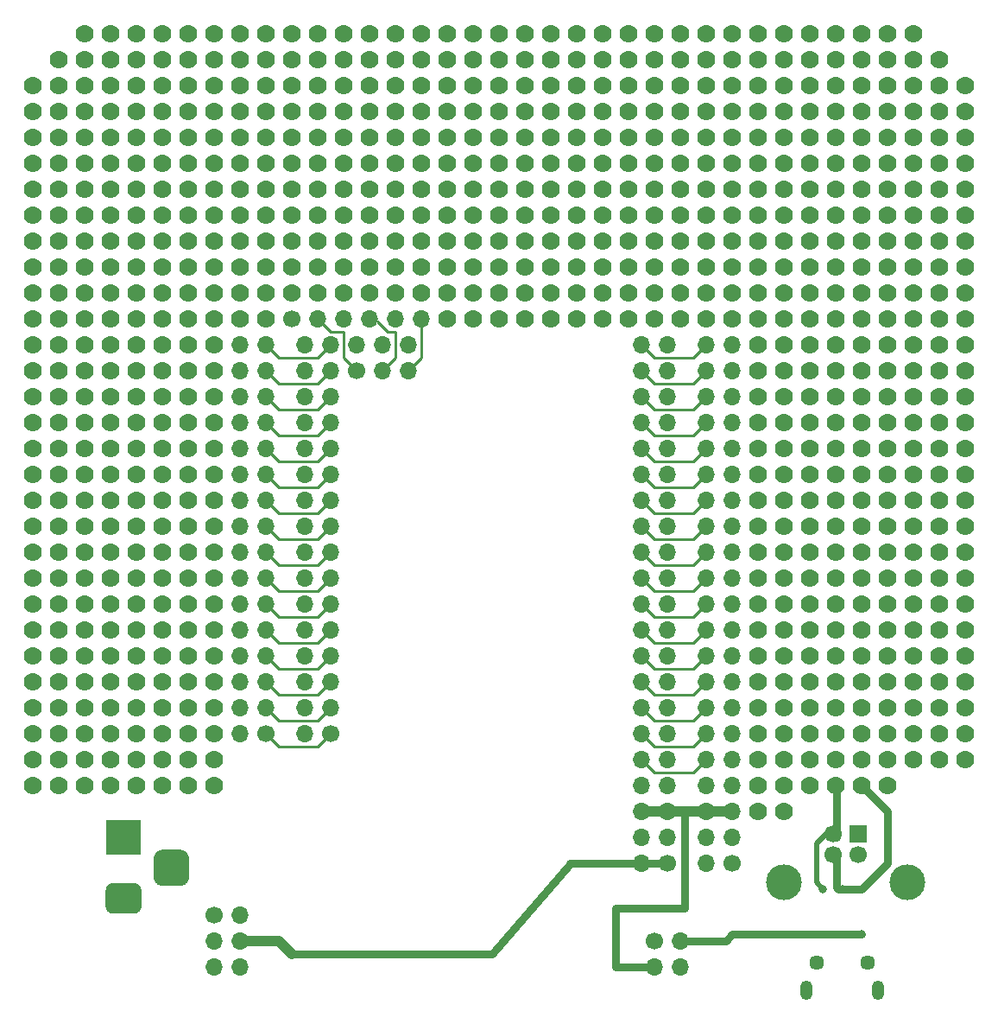
<source format=gbr>
G04 #@! TF.GenerationSoftware,KiCad,Pcbnew,(5.1.5)-3*
G04 #@! TF.CreationDate,2020-05-06T23:50:07+02:00*
G04 #@! TF.ProjectId,mega_pro_atmega2560,6d656761-5f70-4726-9f5f-61746d656761,rev?*
G04 #@! TF.SameCoordinates,Original*
G04 #@! TF.FileFunction,Copper,L2,Bot*
G04 #@! TF.FilePolarity,Positive*
%FSLAX46Y46*%
G04 Gerber Fmt 4.6, Leading zero omitted, Abs format (unit mm)*
G04 Created by KiCad (PCBNEW (5.1.5)-3) date 2020-05-06 23:50:07*
%MOMM*%
%LPD*%
G04 APERTURE LIST*
%ADD10O,1.700000X1.700000*%
%ADD11C,1.700000*%
%ADD12C,1.778000*%
%ADD13C,1.450000*%
%ADD14O,1.200000X1.900000*%
%ADD15R,3.500000X3.500000*%
%ADD16C,0.100000*%
%ADD17R,1.700000X1.700000*%
%ADD18C,3.500000*%
%ADD19C,0.800000*%
%ADD20C,0.500000*%
%ADD21C,0.750000*%
%ADD22C,1.000000*%
%ADD23C,0.250000*%
G04 APERTURE END LIST*
D10*
X120650000Y-109220000D03*
X118110000Y-109220000D03*
X120650000Y-106680000D03*
X118110000Y-106680000D03*
X120650000Y-104140000D03*
D11*
X118110000Y-104140000D03*
D10*
X163830000Y-109220000D03*
X161290000Y-109220000D03*
X163830000Y-106680000D03*
D11*
X161290000Y-106680000D03*
X168910000Y-99060000D03*
D10*
X166370000Y-99060000D03*
X168910000Y-96520000D03*
X166370000Y-96520000D03*
X168910000Y-93980000D03*
X166370000Y-93980000D03*
X168910000Y-91440000D03*
X166370000Y-91440000D03*
X168910000Y-88900000D03*
X166370000Y-88900000D03*
X168910000Y-86360000D03*
X166370000Y-86360000D03*
X168910000Y-83820000D03*
X166370000Y-83820000D03*
X168910000Y-81280000D03*
X166370000Y-81280000D03*
X168910000Y-78740000D03*
X166370000Y-78740000D03*
X168910000Y-76200000D03*
X166370000Y-76200000D03*
X168910000Y-73660000D03*
X166370000Y-73660000D03*
X168910000Y-71120000D03*
X166370000Y-71120000D03*
X168910000Y-68580000D03*
X166370000Y-68580000D03*
X168910000Y-66040000D03*
X166370000Y-66040000D03*
X168910000Y-63500000D03*
X166370000Y-63500000D03*
X168910000Y-60960000D03*
X166370000Y-60960000D03*
X168910000Y-58420000D03*
X166370000Y-58420000D03*
X168910000Y-55880000D03*
X166370000Y-55880000D03*
X168910000Y-53340000D03*
X166370000Y-53340000D03*
X168910000Y-50800000D03*
X166370000Y-50800000D03*
X168910000Y-48260000D03*
X166370000Y-48260000D03*
D11*
X123190000Y-86360000D03*
D10*
X120650000Y-86360000D03*
X123190000Y-83820000D03*
X120650000Y-83820000D03*
X123190000Y-81280000D03*
X120650000Y-81280000D03*
X123190000Y-78740000D03*
X120650000Y-78740000D03*
X123190000Y-76200000D03*
X120650000Y-76200000D03*
X123190000Y-73660000D03*
X120650000Y-73660000D03*
X123190000Y-71120000D03*
X120650000Y-71120000D03*
X123190000Y-68580000D03*
X120650000Y-68580000D03*
X123190000Y-66040000D03*
X120650000Y-66040000D03*
X123190000Y-63500000D03*
X120650000Y-63500000D03*
X123190000Y-60960000D03*
X120650000Y-60960000D03*
X123190000Y-58420000D03*
X120650000Y-58420000D03*
X123190000Y-55880000D03*
X120650000Y-55880000D03*
X123190000Y-53340000D03*
X120650000Y-53340000D03*
X123190000Y-50800000D03*
X120650000Y-50800000D03*
X123190000Y-48260000D03*
X120650000Y-48260000D03*
X138430000Y-45720000D03*
X135890000Y-45720000D03*
X133350000Y-45720000D03*
X130810000Y-45720000D03*
X128270000Y-45720000D03*
D11*
X125730000Y-45720000D03*
D12*
X113030000Y-68580000D03*
X115570000Y-68580000D03*
X146050000Y-45720000D03*
X151130000Y-45720000D03*
X140970000Y-45720000D03*
X143510000Y-45720000D03*
X153670000Y-45720000D03*
X148590000Y-45720000D03*
X161290000Y-45720000D03*
X166370000Y-45720000D03*
X156210000Y-45720000D03*
X158750000Y-45720000D03*
X168910000Y-45720000D03*
X163830000Y-45720000D03*
X123190000Y-45720000D03*
X120650000Y-45720000D03*
X171450000Y-40640000D03*
X171450000Y-43180000D03*
X168910000Y-43180000D03*
X166370000Y-43180000D03*
X166370000Y-40640000D03*
X168910000Y-40640000D03*
X163830000Y-43180000D03*
X161290000Y-43180000D03*
X161290000Y-40640000D03*
X163830000Y-40640000D03*
X158750000Y-43180000D03*
X156210000Y-43180000D03*
X156210000Y-40640000D03*
X158750000Y-40640000D03*
X153670000Y-43180000D03*
X151130000Y-43180000D03*
X151130000Y-40640000D03*
X153670000Y-40640000D03*
X148590000Y-43180000D03*
X146050000Y-43180000D03*
X146050000Y-40640000D03*
X148590000Y-40640000D03*
X143510000Y-43180000D03*
X140970000Y-43180000D03*
X140970000Y-40640000D03*
X143510000Y-40640000D03*
X138430000Y-43180000D03*
X135890000Y-43180000D03*
X135890000Y-40640000D03*
X138430000Y-40640000D03*
X133350000Y-43180000D03*
X130810000Y-43180000D03*
X130810000Y-40640000D03*
X133350000Y-40640000D03*
X128270000Y-43180000D03*
X125730000Y-43180000D03*
X125730000Y-40640000D03*
X128270000Y-40640000D03*
X123190000Y-43180000D03*
X120650000Y-43180000D03*
X120650000Y-40640000D03*
X123190000Y-40640000D03*
X173990000Y-93980000D03*
X171450000Y-93980000D03*
X171450000Y-91440000D03*
X173990000Y-91440000D03*
X173990000Y-88900000D03*
X171450000Y-88900000D03*
X171450000Y-86360000D03*
X173990000Y-86360000D03*
D10*
X160020000Y-48260000D03*
X162560000Y-48260000D03*
X160020000Y-50800000D03*
X162560000Y-50800000D03*
X160020000Y-53340000D03*
X162560000Y-53340000D03*
X160020000Y-55880000D03*
X162560000Y-55880000D03*
X160020000Y-58420000D03*
X162560000Y-58420000D03*
X160020000Y-60960000D03*
X162560000Y-60960000D03*
X160020000Y-63500000D03*
X162560000Y-63500000D03*
X160020000Y-66040000D03*
X162560000Y-66040000D03*
X160020000Y-68580000D03*
X162560000Y-68580000D03*
X160020000Y-71120000D03*
X162560000Y-71120000D03*
X160020000Y-73660000D03*
X162560000Y-73660000D03*
X160020000Y-76200000D03*
X162560000Y-76200000D03*
X160020000Y-78740000D03*
X162560000Y-78740000D03*
X160020000Y-81280000D03*
X162560000Y-81280000D03*
X160020000Y-83820000D03*
X162560000Y-83820000D03*
X160020000Y-86360000D03*
X162560000Y-86360000D03*
X160020000Y-88900000D03*
X162560000Y-88900000D03*
X160020000Y-91440000D03*
X162560000Y-91440000D03*
X160020000Y-93980000D03*
X162560000Y-93980000D03*
X160020000Y-96520000D03*
X162560000Y-96520000D03*
X160020000Y-99060000D03*
D11*
X162560000Y-99060000D03*
D10*
X127000000Y-48260000D03*
X129540000Y-48260000D03*
X127000000Y-50800000D03*
X129540000Y-50800000D03*
X127000000Y-53340000D03*
X129540000Y-53340000D03*
X127000000Y-55880000D03*
X129540000Y-55880000D03*
X127000000Y-58420000D03*
X129540000Y-58420000D03*
X127000000Y-60960000D03*
X129540000Y-60960000D03*
X127000000Y-63500000D03*
X129540000Y-63500000D03*
X127000000Y-66040000D03*
X129540000Y-66040000D03*
X127000000Y-68580000D03*
X129540000Y-68580000D03*
X127000000Y-71120000D03*
X129540000Y-71120000D03*
X127000000Y-73660000D03*
X129540000Y-73660000D03*
X127000000Y-76200000D03*
X129540000Y-76200000D03*
X127000000Y-78740000D03*
X129540000Y-78740000D03*
X127000000Y-81280000D03*
X129540000Y-81280000D03*
X127000000Y-83820000D03*
X129540000Y-83820000D03*
X127000000Y-86360000D03*
D11*
X129540000Y-86360000D03*
D10*
X137160000Y-48260000D03*
X137160000Y-50800000D03*
X134620000Y-48260000D03*
X134620000Y-50800000D03*
X132080000Y-48260000D03*
D11*
X132080000Y-50800000D03*
D12*
X171450000Y-48260000D03*
X171450000Y-53340000D03*
X171450000Y-50800000D03*
X171450000Y-45720000D03*
X171450000Y-58420000D03*
X171450000Y-63500000D03*
X171450000Y-60960000D03*
X171450000Y-55880000D03*
X171450000Y-68580000D03*
X171450000Y-73660000D03*
X171450000Y-71120000D03*
X171450000Y-66040000D03*
X171450000Y-78740000D03*
X171450000Y-76200000D03*
X171450000Y-81280000D03*
X171450000Y-83820000D03*
X186690000Y-20320000D03*
X102870000Y-20320000D03*
X189230000Y-20320000D03*
X179070000Y-17780000D03*
X176530000Y-17780000D03*
X176530000Y-20320000D03*
X179070000Y-20320000D03*
X186690000Y-17780000D03*
X179070000Y-27940000D03*
X191770000Y-25400000D03*
X189230000Y-25400000D03*
X191770000Y-27940000D03*
X189230000Y-27940000D03*
X186690000Y-27940000D03*
X186690000Y-25400000D03*
X186690000Y-22860000D03*
X189230000Y-22860000D03*
X191770000Y-22860000D03*
X191770000Y-33020000D03*
X189230000Y-33020000D03*
X191770000Y-35560000D03*
X189230000Y-35560000D03*
X186690000Y-35560000D03*
X186690000Y-33020000D03*
X186690000Y-30480000D03*
X189230000Y-30480000D03*
X191770000Y-30480000D03*
X189230000Y-53340000D03*
X186690000Y-53340000D03*
X186690000Y-55880000D03*
X189230000Y-55880000D03*
X191770000Y-63500000D03*
X189230000Y-63500000D03*
X189230000Y-66040000D03*
X191770000Y-66040000D03*
X191770000Y-78740000D03*
X189230000Y-78740000D03*
X189230000Y-81280000D03*
X191770000Y-81280000D03*
X179070000Y-86360000D03*
X176530000Y-86360000D03*
X176530000Y-88900000D03*
X179070000Y-88900000D03*
X181610000Y-55880000D03*
X176530000Y-25400000D03*
X179070000Y-25400000D03*
X184150000Y-53340000D03*
X181610000Y-53340000D03*
X181610000Y-50800000D03*
X184150000Y-50800000D03*
X191770000Y-48260000D03*
X189230000Y-48260000D03*
X191770000Y-50800000D03*
X189230000Y-50800000D03*
X186690000Y-50800000D03*
X186690000Y-48260000D03*
X186690000Y-45720000D03*
X189230000Y-45720000D03*
X191770000Y-45720000D03*
X191770000Y-58420000D03*
X189230000Y-58420000D03*
X189230000Y-60960000D03*
X191770000Y-60960000D03*
X184150000Y-55880000D03*
X191770000Y-40640000D03*
X189230000Y-40640000D03*
X191770000Y-43180000D03*
X189230000Y-43180000D03*
X186690000Y-43180000D03*
X186690000Y-40640000D03*
X186690000Y-38100000D03*
X189230000Y-38100000D03*
X191770000Y-38100000D03*
X191770000Y-73660000D03*
X189230000Y-73660000D03*
X189230000Y-76200000D03*
X191770000Y-76200000D03*
X191770000Y-68580000D03*
X189230000Y-68580000D03*
X189230000Y-71120000D03*
X191770000Y-71120000D03*
X105410000Y-48260000D03*
X102870000Y-48260000D03*
X105410000Y-50800000D03*
X102870000Y-50800000D03*
X100330000Y-50800000D03*
X100330000Y-48260000D03*
X100330000Y-45720000D03*
X102870000Y-45720000D03*
X105410000Y-45720000D03*
X191770000Y-86360000D03*
X191770000Y-53340000D03*
X105410000Y-25400000D03*
X102870000Y-25400000D03*
X105410000Y-27940000D03*
X102870000Y-27940000D03*
X100330000Y-27940000D03*
X100330000Y-25400000D03*
X100330000Y-22860000D03*
X102870000Y-22860000D03*
X105410000Y-22860000D03*
X105410000Y-33020000D03*
X102870000Y-33020000D03*
X105410000Y-35560000D03*
X102870000Y-35560000D03*
X100330000Y-35560000D03*
X100330000Y-33020000D03*
X100330000Y-30480000D03*
X102870000Y-30480000D03*
X105410000Y-30480000D03*
X105410000Y-78740000D03*
X102870000Y-78740000D03*
X105410000Y-81280000D03*
X102870000Y-81280000D03*
X100330000Y-81280000D03*
X100330000Y-78740000D03*
X100330000Y-76200000D03*
X102870000Y-76200000D03*
X105410000Y-76200000D03*
X189230000Y-83820000D03*
X105410000Y-63500000D03*
X102870000Y-63500000D03*
X105410000Y-66040000D03*
X102870000Y-66040000D03*
X100330000Y-66040000D03*
X100330000Y-63500000D03*
X100330000Y-60960000D03*
X102870000Y-60960000D03*
X105410000Y-60960000D03*
X191770000Y-83820000D03*
X191770000Y-88900000D03*
X191770000Y-55880000D03*
X105410000Y-40640000D03*
X102870000Y-40640000D03*
X105410000Y-43180000D03*
X102870000Y-43180000D03*
X100330000Y-43180000D03*
X100330000Y-40640000D03*
X100330000Y-38100000D03*
X102870000Y-38100000D03*
X105410000Y-38100000D03*
X105410000Y-86360000D03*
X102870000Y-86360000D03*
X105410000Y-88900000D03*
X102870000Y-88900000D03*
X100330000Y-88900000D03*
X100330000Y-86360000D03*
X100330000Y-83820000D03*
X102870000Y-83820000D03*
X105410000Y-83820000D03*
X105410000Y-71120000D03*
X102870000Y-71120000D03*
X105410000Y-73660000D03*
X102870000Y-73660000D03*
X100330000Y-73660000D03*
X100330000Y-71120000D03*
X100330000Y-68580000D03*
X102870000Y-68580000D03*
X105410000Y-68580000D03*
X105410000Y-55880000D03*
X102870000Y-55880000D03*
X105410000Y-58420000D03*
X102870000Y-58420000D03*
X100330000Y-58420000D03*
X100330000Y-55880000D03*
X100330000Y-53340000D03*
X102870000Y-53340000D03*
X105410000Y-53340000D03*
X105410000Y-91440000D03*
X128270000Y-20320000D03*
X125730000Y-20320000D03*
X125730000Y-17780000D03*
X128270000Y-17780000D03*
X102870000Y-91440000D03*
X100330000Y-91440000D03*
X113030000Y-20320000D03*
X110490000Y-20320000D03*
X110490000Y-17780000D03*
X113030000Y-17780000D03*
X153670000Y-17780000D03*
X151130000Y-17780000D03*
X151130000Y-20320000D03*
X153670000Y-20320000D03*
X158750000Y-17780000D03*
X156210000Y-17780000D03*
X156210000Y-20320000D03*
X158750000Y-20320000D03*
X118110000Y-20320000D03*
X115570000Y-20320000D03*
X115570000Y-17780000D03*
X118110000Y-17780000D03*
X123190000Y-20320000D03*
X120650000Y-20320000D03*
X120650000Y-17780000D03*
X123190000Y-17780000D03*
X133350000Y-20320000D03*
X130810000Y-20320000D03*
X130810000Y-17780000D03*
X133350000Y-17780000D03*
X148590000Y-17780000D03*
X146050000Y-17780000D03*
X146050000Y-20320000D03*
X148590000Y-20320000D03*
X163830000Y-17780000D03*
X161290000Y-17780000D03*
X161290000Y-20320000D03*
X163830000Y-20320000D03*
X173990000Y-17780000D03*
X171450000Y-17780000D03*
X171450000Y-20320000D03*
X173990000Y-20320000D03*
X138430000Y-20320000D03*
X135890000Y-20320000D03*
X135890000Y-17780000D03*
X138430000Y-17780000D03*
X184150000Y-17780000D03*
X181610000Y-17780000D03*
X181610000Y-20320000D03*
X184150000Y-20320000D03*
X168910000Y-17780000D03*
X166370000Y-17780000D03*
X166370000Y-20320000D03*
X168910000Y-20320000D03*
X143510000Y-20320000D03*
X140970000Y-20320000D03*
X140970000Y-17780000D03*
X143510000Y-17780000D03*
X107950000Y-20320000D03*
X105410000Y-20320000D03*
X105410000Y-17780000D03*
X107950000Y-17780000D03*
D13*
X177205000Y-108800000D03*
X182205000Y-108800000D03*
D14*
X176205000Y-111500000D03*
X183205000Y-111500000D03*
D15*
X109220000Y-96520000D03*
G04 #@! TA.AperFunction,ComponentPad*
D16*
G36*
X110293513Y-101023611D02*
G01*
X110366318Y-101034411D01*
X110437714Y-101052295D01*
X110507013Y-101077090D01*
X110573548Y-101108559D01*
X110636678Y-101146398D01*
X110695795Y-101190242D01*
X110750330Y-101239670D01*
X110799758Y-101294205D01*
X110843602Y-101353322D01*
X110881441Y-101416452D01*
X110912910Y-101482987D01*
X110937705Y-101552286D01*
X110955589Y-101623682D01*
X110966389Y-101696487D01*
X110970000Y-101770000D01*
X110970000Y-103270000D01*
X110966389Y-103343513D01*
X110955589Y-103416318D01*
X110937705Y-103487714D01*
X110912910Y-103557013D01*
X110881441Y-103623548D01*
X110843602Y-103686678D01*
X110799758Y-103745795D01*
X110750330Y-103800330D01*
X110695795Y-103849758D01*
X110636678Y-103893602D01*
X110573548Y-103931441D01*
X110507013Y-103962910D01*
X110437714Y-103987705D01*
X110366318Y-104005589D01*
X110293513Y-104016389D01*
X110220000Y-104020000D01*
X108220000Y-104020000D01*
X108146487Y-104016389D01*
X108073682Y-104005589D01*
X108002286Y-103987705D01*
X107932987Y-103962910D01*
X107866452Y-103931441D01*
X107803322Y-103893602D01*
X107744205Y-103849758D01*
X107689670Y-103800330D01*
X107640242Y-103745795D01*
X107596398Y-103686678D01*
X107558559Y-103623548D01*
X107527090Y-103557013D01*
X107502295Y-103487714D01*
X107484411Y-103416318D01*
X107473611Y-103343513D01*
X107470000Y-103270000D01*
X107470000Y-101770000D01*
X107473611Y-101696487D01*
X107484411Y-101623682D01*
X107502295Y-101552286D01*
X107527090Y-101482987D01*
X107558559Y-101416452D01*
X107596398Y-101353322D01*
X107640242Y-101294205D01*
X107689670Y-101239670D01*
X107744205Y-101190242D01*
X107803322Y-101146398D01*
X107866452Y-101108559D01*
X107932987Y-101077090D01*
X108002286Y-101052295D01*
X108073682Y-101034411D01*
X108146487Y-101023611D01*
X108220000Y-101020000D01*
X110220000Y-101020000D01*
X110293513Y-101023611D01*
G37*
G04 #@! TD.AperFunction*
G04 #@! TA.AperFunction,ComponentPad*
G36*
X114880765Y-97774213D02*
G01*
X114965704Y-97786813D01*
X115048999Y-97807677D01*
X115129848Y-97836605D01*
X115207472Y-97873319D01*
X115281124Y-97917464D01*
X115350094Y-97968616D01*
X115413718Y-98026282D01*
X115471384Y-98089906D01*
X115522536Y-98158876D01*
X115566681Y-98232528D01*
X115603395Y-98310152D01*
X115632323Y-98391001D01*
X115653187Y-98474296D01*
X115665787Y-98559235D01*
X115670000Y-98645000D01*
X115670000Y-100395000D01*
X115665787Y-100480765D01*
X115653187Y-100565704D01*
X115632323Y-100648999D01*
X115603395Y-100729848D01*
X115566681Y-100807472D01*
X115522536Y-100881124D01*
X115471384Y-100950094D01*
X115413718Y-101013718D01*
X115350094Y-101071384D01*
X115281124Y-101122536D01*
X115207472Y-101166681D01*
X115129848Y-101203395D01*
X115048999Y-101232323D01*
X114965704Y-101253187D01*
X114880765Y-101265787D01*
X114795000Y-101270000D01*
X113045000Y-101270000D01*
X112959235Y-101265787D01*
X112874296Y-101253187D01*
X112791001Y-101232323D01*
X112710152Y-101203395D01*
X112632528Y-101166681D01*
X112558876Y-101122536D01*
X112489906Y-101071384D01*
X112426282Y-101013718D01*
X112368616Y-100950094D01*
X112317464Y-100881124D01*
X112273319Y-100807472D01*
X112236605Y-100729848D01*
X112207677Y-100648999D01*
X112186813Y-100565704D01*
X112174213Y-100480765D01*
X112170000Y-100395000D01*
X112170000Y-98645000D01*
X112174213Y-98559235D01*
X112186813Y-98474296D01*
X112207677Y-98391001D01*
X112236605Y-98310152D01*
X112273319Y-98232528D01*
X112317464Y-98158876D01*
X112368616Y-98089906D01*
X112426282Y-98026282D01*
X112489906Y-97968616D01*
X112558876Y-97917464D01*
X112632528Y-97873319D01*
X112710152Y-97836605D01*
X112791001Y-97807677D01*
X112874296Y-97786813D01*
X112959235Y-97774213D01*
X113045000Y-97770000D01*
X114795000Y-97770000D01*
X114880765Y-97774213D01*
G37*
G04 #@! TD.AperFunction*
D17*
X181285000Y-96255000D03*
D11*
X178785000Y-96255000D03*
X178785000Y-98255000D03*
X181285000Y-98255000D03*
D18*
X186055000Y-100965000D03*
X174015000Y-100965000D03*
D12*
X148590000Y-33020000D03*
X146050000Y-33020000D03*
X143510000Y-33020000D03*
X143510000Y-35560000D03*
X143510000Y-38100000D03*
X146050000Y-38100000D03*
X148590000Y-38100000D03*
X146050000Y-35560000D03*
X148590000Y-35560000D03*
X163830000Y-25400000D03*
X161290000Y-25400000D03*
X158750000Y-25400000D03*
X158750000Y-27940000D03*
X158750000Y-30480000D03*
X161290000Y-30480000D03*
X163830000Y-30480000D03*
X161290000Y-27940000D03*
X163830000Y-27940000D03*
X118110000Y-33020000D03*
X115570000Y-33020000D03*
X113030000Y-33020000D03*
X113030000Y-35560000D03*
X113030000Y-38100000D03*
X115570000Y-38100000D03*
X118110000Y-38100000D03*
X115570000Y-35560000D03*
X118110000Y-35560000D03*
X163830000Y-33020000D03*
X161290000Y-33020000D03*
X158750000Y-33020000D03*
X158750000Y-35560000D03*
X158750000Y-38100000D03*
X161290000Y-38100000D03*
X163830000Y-38100000D03*
X161290000Y-35560000D03*
X163830000Y-35560000D03*
X118110000Y-63500000D03*
X115570000Y-63500000D03*
X113030000Y-63500000D03*
X113030000Y-66040000D03*
X113030000Y-68580000D03*
X115570000Y-68580000D03*
X118110000Y-68580000D03*
X115570000Y-66040000D03*
X118110000Y-66040000D03*
X118110000Y-48260000D03*
X115570000Y-48260000D03*
X113030000Y-48260000D03*
X113030000Y-50800000D03*
X113030000Y-53340000D03*
X115570000Y-53340000D03*
X118110000Y-53340000D03*
X115570000Y-50800000D03*
X118110000Y-50800000D03*
X179070000Y-38100000D03*
X176530000Y-38100000D03*
X173990000Y-38100000D03*
X173990000Y-40640000D03*
X173990000Y-43180000D03*
X176530000Y-43180000D03*
X179070000Y-43180000D03*
X176530000Y-40640000D03*
X179070000Y-40640000D03*
X179070000Y-78740000D03*
X176530000Y-78740000D03*
X173990000Y-78740000D03*
X173990000Y-81280000D03*
X173990000Y-83820000D03*
X176530000Y-83820000D03*
X179070000Y-83820000D03*
X176530000Y-81280000D03*
X179070000Y-81280000D03*
X118110000Y-40640000D03*
X115570000Y-40640000D03*
X113030000Y-40640000D03*
X113030000Y-43180000D03*
X113030000Y-45720000D03*
X115570000Y-45720000D03*
X118110000Y-45720000D03*
X115570000Y-43180000D03*
X118110000Y-43180000D03*
X133350000Y-25400000D03*
X130810000Y-25400000D03*
X128270000Y-25400000D03*
X128270000Y-27940000D03*
X128270000Y-30480000D03*
X130810000Y-30480000D03*
X133350000Y-30480000D03*
X130810000Y-27940000D03*
X133350000Y-27940000D03*
X140970000Y-25400000D03*
X138430000Y-25400000D03*
X135890000Y-25400000D03*
X135890000Y-27940000D03*
X135890000Y-30480000D03*
X138430000Y-30480000D03*
X140970000Y-30480000D03*
X138430000Y-27940000D03*
X140970000Y-27940000D03*
X118110000Y-78740000D03*
X115570000Y-78740000D03*
X113030000Y-78740000D03*
X113030000Y-81280000D03*
X113030000Y-83820000D03*
X115570000Y-83820000D03*
X118110000Y-83820000D03*
X115570000Y-81280000D03*
X118110000Y-81280000D03*
X171450000Y-33020000D03*
X168910000Y-33020000D03*
X166370000Y-33020000D03*
X166370000Y-35560000D03*
X166370000Y-38100000D03*
X168910000Y-38100000D03*
X171450000Y-38100000D03*
X168910000Y-35560000D03*
X171450000Y-35560000D03*
X179070000Y-30480000D03*
X176530000Y-30480000D03*
X173990000Y-30480000D03*
X173990000Y-33020000D03*
X173990000Y-35560000D03*
X176530000Y-35560000D03*
X179070000Y-35560000D03*
X176530000Y-33020000D03*
X179070000Y-33020000D03*
X140970000Y-33020000D03*
X138430000Y-33020000D03*
X135890000Y-33020000D03*
X135890000Y-35560000D03*
X135890000Y-38100000D03*
X138430000Y-38100000D03*
X140970000Y-38100000D03*
X138430000Y-35560000D03*
X140970000Y-35560000D03*
X148590000Y-25400000D03*
X146050000Y-25400000D03*
X143510000Y-25400000D03*
X143510000Y-27940000D03*
X143510000Y-30480000D03*
X146050000Y-30480000D03*
X148590000Y-30480000D03*
X146050000Y-27940000D03*
X148590000Y-27940000D03*
X125730000Y-33020000D03*
X123190000Y-33020000D03*
X120650000Y-33020000D03*
X120650000Y-35560000D03*
X120650000Y-38100000D03*
X123190000Y-38100000D03*
X125730000Y-38100000D03*
X123190000Y-35560000D03*
X125730000Y-35560000D03*
X156210000Y-33020000D03*
X153670000Y-33020000D03*
X151130000Y-33020000D03*
X151130000Y-35560000D03*
X151130000Y-38100000D03*
X153670000Y-38100000D03*
X156210000Y-38100000D03*
X153670000Y-35560000D03*
X156210000Y-35560000D03*
X125730000Y-25400000D03*
X123190000Y-25400000D03*
X120650000Y-25400000D03*
X120650000Y-27940000D03*
X120650000Y-30480000D03*
X123190000Y-30480000D03*
X125730000Y-30480000D03*
X123190000Y-27940000D03*
X125730000Y-27940000D03*
X133350000Y-33020000D03*
X130810000Y-33020000D03*
X128270000Y-33020000D03*
X128270000Y-35560000D03*
X128270000Y-38100000D03*
X130810000Y-38100000D03*
X133350000Y-38100000D03*
X130810000Y-35560000D03*
X133350000Y-35560000D03*
X186690000Y-78740000D03*
X184150000Y-78740000D03*
X181610000Y-78740000D03*
X181610000Y-81280000D03*
X181610000Y-83820000D03*
X184150000Y-83820000D03*
X186690000Y-83820000D03*
X184150000Y-81280000D03*
X186690000Y-81280000D03*
X118110000Y-71120000D03*
X115570000Y-71120000D03*
X113030000Y-71120000D03*
X113030000Y-73660000D03*
X113030000Y-76200000D03*
X115570000Y-76200000D03*
X118110000Y-76200000D03*
X115570000Y-73660000D03*
X118110000Y-73660000D03*
X118110000Y-25400000D03*
X115570000Y-25400000D03*
X113030000Y-25400000D03*
X113030000Y-27940000D03*
X113030000Y-30480000D03*
X115570000Y-30480000D03*
X118110000Y-30480000D03*
X115570000Y-27940000D03*
X118110000Y-27940000D03*
X118110000Y-55880000D03*
X115570000Y-55880000D03*
X113030000Y-55880000D03*
X113030000Y-58420000D03*
X113030000Y-60960000D03*
X115570000Y-60960000D03*
X118110000Y-60960000D03*
X115570000Y-58420000D03*
X118110000Y-58420000D03*
X156210000Y-25400000D03*
X153670000Y-25400000D03*
X151130000Y-25400000D03*
X151130000Y-27940000D03*
X151130000Y-30480000D03*
X153670000Y-30480000D03*
X156210000Y-30480000D03*
X153670000Y-27940000D03*
X156210000Y-27940000D03*
X118110000Y-86360000D03*
X115570000Y-86360000D03*
X113030000Y-86360000D03*
X113030000Y-88900000D03*
X113030000Y-91440000D03*
X115570000Y-91440000D03*
X118110000Y-91440000D03*
X115570000Y-88900000D03*
X118110000Y-88900000D03*
X138430000Y-22860000D03*
X179070000Y-50800000D03*
X176530000Y-50800000D03*
X173990000Y-50800000D03*
X173990000Y-53340000D03*
X173990000Y-55880000D03*
X176530000Y-55880000D03*
X179070000Y-55880000D03*
X176530000Y-53340000D03*
X179070000Y-53340000D03*
X133350000Y-22860000D03*
X151130000Y-22860000D03*
X156210000Y-22860000D03*
X166370000Y-22860000D03*
X140970000Y-22860000D03*
X161290000Y-22860000D03*
X146050000Y-22860000D03*
X179070000Y-58420000D03*
X176530000Y-58420000D03*
X173990000Y-58420000D03*
X173990000Y-60960000D03*
X173990000Y-63500000D03*
X176530000Y-63500000D03*
X179070000Y-63500000D03*
X176530000Y-60960000D03*
X179070000Y-60960000D03*
X171450000Y-22860000D03*
X163830000Y-22860000D03*
X186690000Y-58420000D03*
X184150000Y-58420000D03*
X181610000Y-58420000D03*
X181610000Y-60960000D03*
X181610000Y-63500000D03*
X184150000Y-63500000D03*
X186690000Y-63500000D03*
X184150000Y-60960000D03*
X186690000Y-60960000D03*
X168910000Y-22860000D03*
X158750000Y-22860000D03*
X135890000Y-22860000D03*
X148590000Y-22860000D03*
X179070000Y-66040000D03*
X176530000Y-66040000D03*
X173990000Y-66040000D03*
X173990000Y-68580000D03*
X173990000Y-71120000D03*
X176530000Y-71120000D03*
X179070000Y-71120000D03*
X176530000Y-68580000D03*
X179070000Y-68580000D03*
X153670000Y-22860000D03*
X130810000Y-22860000D03*
X143510000Y-22860000D03*
X186690000Y-66040000D03*
X184150000Y-66040000D03*
X181610000Y-66040000D03*
X181610000Y-68580000D03*
X181610000Y-71120000D03*
X184150000Y-71120000D03*
X186690000Y-71120000D03*
X184150000Y-68580000D03*
X186690000Y-68580000D03*
X118110000Y-22860000D03*
X113030000Y-22860000D03*
X181610000Y-43180000D03*
X179070000Y-22860000D03*
X173990000Y-27940000D03*
X176530000Y-22860000D03*
X125730000Y-22860000D03*
X173990000Y-22860000D03*
X123190000Y-22860000D03*
X120650000Y-22860000D03*
X176530000Y-27940000D03*
X115570000Y-22860000D03*
X184150000Y-91440000D03*
X181610000Y-91440000D03*
X176530000Y-45720000D03*
X173990000Y-45720000D03*
X173990000Y-48260000D03*
X176530000Y-48260000D03*
X176530000Y-91440000D03*
X179070000Y-91440000D03*
X110490000Y-22860000D03*
X107950000Y-22860000D03*
X107950000Y-25400000D03*
X110490000Y-25400000D03*
X181610000Y-45720000D03*
X179070000Y-45720000D03*
X179070000Y-48260000D03*
X181610000Y-48260000D03*
X110490000Y-27940000D03*
X107950000Y-27940000D03*
X107950000Y-30480000D03*
X110490000Y-30480000D03*
X110490000Y-48260000D03*
X107950000Y-48260000D03*
X107950000Y-50800000D03*
X110490000Y-50800000D03*
X110490000Y-38100000D03*
X107950000Y-38100000D03*
X107950000Y-40640000D03*
X110490000Y-40640000D03*
X110490000Y-53340000D03*
X107950000Y-53340000D03*
X107950000Y-55880000D03*
X110490000Y-55880000D03*
X171450000Y-27940000D03*
X168910000Y-27940000D03*
X168910000Y-30480000D03*
X171450000Y-30480000D03*
X110490000Y-58420000D03*
X107950000Y-58420000D03*
X107950000Y-60960000D03*
X110490000Y-60960000D03*
X184150000Y-33020000D03*
X181610000Y-33020000D03*
X181610000Y-35560000D03*
X184150000Y-35560000D03*
X110490000Y-83820000D03*
X107950000Y-83820000D03*
X107950000Y-86360000D03*
X110490000Y-86360000D03*
X110490000Y-33020000D03*
X107950000Y-33020000D03*
X107950000Y-35560000D03*
X110490000Y-35560000D03*
X184150000Y-86360000D03*
X181610000Y-86360000D03*
X181610000Y-88900000D03*
X184150000Y-88900000D03*
X110490000Y-63500000D03*
X107950000Y-63500000D03*
X107950000Y-66040000D03*
X110490000Y-66040000D03*
X184150000Y-38100000D03*
X181610000Y-38100000D03*
X181610000Y-40640000D03*
X184150000Y-40640000D03*
X110490000Y-68580000D03*
X107950000Y-68580000D03*
X107950000Y-71120000D03*
X110490000Y-71120000D03*
X110490000Y-73660000D03*
X107950000Y-73660000D03*
X107950000Y-76200000D03*
X110490000Y-76200000D03*
X110490000Y-78740000D03*
X107950000Y-78740000D03*
X107950000Y-81280000D03*
X110490000Y-81280000D03*
X110490000Y-43180000D03*
X107950000Y-43180000D03*
X107950000Y-45720000D03*
X110490000Y-45720000D03*
X110490000Y-88900000D03*
X107950000Y-88900000D03*
X107950000Y-91440000D03*
X110490000Y-91440000D03*
X176530000Y-73660000D03*
X173990000Y-73660000D03*
X173990000Y-76200000D03*
X176530000Y-76200000D03*
X181610000Y-73660000D03*
X179070000Y-73660000D03*
X179070000Y-76200000D03*
X181610000Y-76200000D03*
X168910000Y-25400000D03*
X189230000Y-86360000D03*
X186690000Y-86360000D03*
X186690000Y-88900000D03*
X189230000Y-88900000D03*
X171450000Y-25400000D03*
X184150000Y-45720000D03*
X184150000Y-43180000D03*
X166370000Y-30480000D03*
X166370000Y-27940000D03*
X166370000Y-25400000D03*
X184150000Y-22860000D03*
X181610000Y-22860000D03*
X181610000Y-25400000D03*
X184150000Y-25400000D03*
X184150000Y-48260000D03*
X184150000Y-27940000D03*
X181610000Y-27940000D03*
X181610000Y-30480000D03*
X184150000Y-30480000D03*
X186690000Y-73660000D03*
X184150000Y-73660000D03*
X184150000Y-76200000D03*
X186690000Y-76200000D03*
X128270000Y-22860000D03*
X173990000Y-25400000D03*
D19*
X177800000Y-101600000D03*
X179745000Y-101640000D03*
X181610000Y-106045000D03*
D20*
X177165000Y-97155000D02*
X178435000Y-95885000D01*
D21*
X179110000Y-96520000D02*
X179110000Y-91480000D01*
X179110000Y-98425000D02*
X179110000Y-101465000D01*
D20*
X177800000Y-101600000D02*
X177165000Y-100965000D01*
X177165000Y-100965000D02*
X177165000Y-97155000D01*
D21*
X179324000Y-101600000D02*
X181610000Y-101600000D01*
X174625000Y-106045000D02*
X181610000Y-106045000D01*
X181610000Y-101600000D02*
X184150000Y-99060000D01*
X179197000Y-101473000D02*
X179324000Y-101600000D01*
X184150000Y-99060000D02*
X184150000Y-93980000D01*
X184150000Y-93980000D02*
X181610000Y-91440000D01*
X174625000Y-106045000D02*
X168910000Y-106045000D01*
X168910000Y-106045000D02*
X168275000Y-106680000D01*
X168275000Y-106680000D02*
X163830000Y-106680000D01*
D22*
X124460000Y-106680000D02*
X120650000Y-106680000D01*
X125730000Y-107950000D02*
X124460000Y-106680000D01*
D21*
X153035000Y-99060000D02*
X145385812Y-107950000D01*
X145385812Y-107950000D02*
X125730000Y-107950000D01*
X157480000Y-109220000D02*
X161290000Y-109220000D01*
X157480000Y-103505000D02*
X157480000Y-109220000D01*
X164211000Y-94107000D02*
X164211000Y-103505000D01*
X164211000Y-103505000D02*
X157480000Y-103505000D01*
D23*
X124460000Y-49530000D02*
X123190000Y-48260000D01*
X129540000Y-48260000D02*
X128270000Y-49530000D01*
X128270000Y-49530000D02*
X124460000Y-49530000D01*
X124460000Y-52070000D02*
X123190000Y-50800000D01*
X129540000Y-50800000D02*
X128270000Y-52070000D01*
X128270000Y-52070000D02*
X124460000Y-52070000D01*
X124460000Y-54610000D02*
X123190000Y-53340000D01*
X129540000Y-53340000D02*
X128270000Y-54610000D01*
X128270000Y-54610000D02*
X124460000Y-54610000D01*
X124460000Y-57150000D02*
X123190000Y-55880000D01*
X129540000Y-55880000D02*
X128270000Y-57150000D01*
X128270000Y-57150000D02*
X124460000Y-57150000D01*
X124460000Y-59690000D02*
X123190000Y-58420000D01*
X129540000Y-58420000D02*
X128270000Y-59690000D01*
X128270000Y-59690000D02*
X124460000Y-59690000D01*
X124460000Y-62230000D02*
X123190000Y-60960000D01*
X129540000Y-60960000D02*
X128270000Y-62230000D01*
X128270000Y-62230000D02*
X124460000Y-62230000D01*
X124460000Y-64770000D02*
X123190000Y-63500000D01*
X129540000Y-63500000D02*
X128270000Y-64770000D01*
X128270000Y-64770000D02*
X124460000Y-64770000D01*
X124460000Y-67310000D02*
X123190000Y-66040000D01*
X129540000Y-66040000D02*
X128270000Y-67310000D01*
X128270000Y-67310000D02*
X124460000Y-67310000D01*
X129540000Y-68580000D02*
X128270000Y-69850000D01*
X124460000Y-69850000D02*
X123190000Y-68580000D01*
X128270000Y-69850000D02*
X124460000Y-69850000D01*
X124460000Y-72390000D02*
X123190000Y-71120000D01*
X129540000Y-71120000D02*
X128270000Y-72390000D01*
X128270000Y-72390000D02*
X124460000Y-72390000D01*
X124460000Y-74930000D02*
X123190000Y-73660000D01*
X129540000Y-73660000D02*
X128270000Y-74930000D01*
X128270000Y-74930000D02*
X124460000Y-74930000D01*
X124460000Y-77470000D02*
X123190000Y-76200000D01*
X129540000Y-76200000D02*
X128270000Y-77470000D01*
X128270000Y-77470000D02*
X124460000Y-77470000D01*
X124460000Y-80010000D02*
X123190000Y-78740000D01*
X129540000Y-78740000D02*
X128270000Y-80010000D01*
X128270000Y-80010000D02*
X124460000Y-80010000D01*
X124460000Y-82550000D02*
X123190000Y-81280000D01*
X129540000Y-81280000D02*
X128270000Y-82550000D01*
X128270000Y-82550000D02*
X124460000Y-82550000D01*
X124460000Y-85090000D02*
X123190000Y-83820000D01*
X129540000Y-83820000D02*
X128270000Y-85090000D01*
X128270000Y-85090000D02*
X124460000Y-85090000D01*
X124460000Y-87630000D02*
X123190000Y-86360000D01*
X129540000Y-86360000D02*
X128270000Y-87630000D01*
X128270000Y-87630000D02*
X124460000Y-87630000D01*
X161290000Y-49530000D02*
X165100000Y-49530000D01*
X160020000Y-48260000D02*
X161290000Y-49530000D01*
X165100000Y-49530000D02*
X166370000Y-48260000D01*
X165100000Y-52070000D02*
X166370000Y-50800000D01*
X160020000Y-50800000D02*
X161290000Y-52070000D01*
X161290000Y-52070000D02*
X165100000Y-52070000D01*
X160020000Y-53340000D02*
X161290000Y-54610000D01*
X165100000Y-54610000D02*
X166370000Y-53340000D01*
X161290000Y-54610000D02*
X165100000Y-54610000D01*
X165100000Y-57150000D02*
X166370000Y-55880000D01*
X160020000Y-55880000D02*
X161290000Y-57150000D01*
X161290000Y-57150000D02*
X165100000Y-57150000D01*
X165100000Y-59690000D02*
X166370000Y-58420000D01*
X160020000Y-58420000D02*
X161290000Y-59690000D01*
X161290000Y-59690000D02*
X165100000Y-59690000D01*
X165100000Y-62230000D02*
X166370000Y-60960000D01*
X160020000Y-60960000D02*
X161290000Y-62230000D01*
X161290000Y-62230000D02*
X165100000Y-62230000D01*
X165100000Y-64770000D02*
X166370000Y-63500000D01*
X160020000Y-63500000D02*
X161290000Y-64770000D01*
X161290000Y-64770000D02*
X165100000Y-64770000D01*
X165100000Y-67310000D02*
X166370000Y-66040000D01*
X160020000Y-66040000D02*
X161290000Y-67310000D01*
X161290000Y-67310000D02*
X165100000Y-67310000D01*
X165100000Y-69850000D02*
X166370000Y-68580000D01*
X160020000Y-68580000D02*
X161290000Y-69850000D01*
X161290000Y-69850000D02*
X165100000Y-69850000D01*
X160020000Y-71120000D02*
X161290000Y-72390000D01*
X165100000Y-72390000D02*
X166370000Y-71120000D01*
X161290000Y-72390000D02*
X165100000Y-72390000D01*
X165100000Y-74930000D02*
X166370000Y-73660000D01*
X160020000Y-73660000D02*
X161290000Y-74930000D01*
X161290000Y-74930000D02*
X165100000Y-74930000D01*
X165100000Y-77470000D02*
X166370000Y-76200000D01*
X160020000Y-76200000D02*
X161290000Y-77470000D01*
X161290000Y-77470000D02*
X165100000Y-77470000D01*
X165100000Y-80010000D02*
X166370000Y-78740000D01*
X160020000Y-78740000D02*
X161290000Y-80010000D01*
X161290000Y-80010000D02*
X165100000Y-80010000D01*
X165100000Y-82550000D02*
X166370000Y-81280000D01*
X160020000Y-81280000D02*
X161290000Y-82550000D01*
X161290000Y-82550000D02*
X165100000Y-82550000D01*
X165100000Y-85090000D02*
X166370000Y-83820000D01*
X160020000Y-83820000D02*
X161290000Y-85090000D01*
X161290000Y-85090000D02*
X165100000Y-85090000D01*
X160020000Y-86360000D02*
X161290000Y-87630000D01*
X165100000Y-87630000D02*
X166370000Y-86360000D01*
X161290000Y-87630000D02*
X165100000Y-87630000D01*
X165100000Y-90170000D02*
X166370000Y-88900000D01*
X160020000Y-88900000D02*
X161290000Y-90170000D01*
X161290000Y-90170000D02*
X165100000Y-90170000D01*
X132080000Y-50800000D02*
X130810000Y-49530000D01*
X130810000Y-49530000D02*
X130810000Y-46990000D01*
X138430000Y-49530000D02*
X138430000Y-45720000D01*
X137160000Y-50800000D02*
X138430000Y-49530000D01*
X130810000Y-46990000D02*
X129540000Y-46990000D01*
X129540000Y-46990000D02*
X128270000Y-45720000D01*
X135128000Y-46990000D02*
X134620000Y-46482000D01*
X135890000Y-46990000D02*
X135128000Y-46990000D01*
X134620000Y-46482000D02*
X134112000Y-45974000D01*
X134620000Y-50800000D02*
X135890000Y-49530000D01*
X135890000Y-49530000D02*
X135890000Y-46990000D01*
D21*
X162560000Y-99060000D02*
X153005812Y-99060000D01*
D22*
X160020000Y-93980000D02*
X168275000Y-93980000D01*
M02*

</source>
